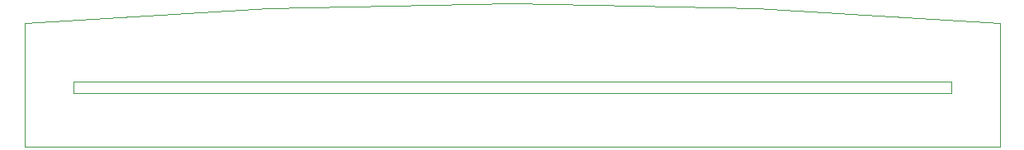
<source format=gbo>
G75*
G70*
%OFA0B0*%
%FSLAX24Y24*%
%IPPOS*%
%LPD*%
%AMOC8*
5,1,8,0,0,1.08239X$1,22.5*
%
%ADD10C,0.0000*%
%ADD11C,0.0001*%
D10*
X000100Y000100D02*
X000100Y005100D01*
X002069Y002738D02*
X037502Y002738D01*
X037502Y002265D01*
X002069Y002265D01*
X002069Y002738D01*
X000100Y000100D02*
X039470Y000100D01*
X039470Y005100D01*
D11*
X019785Y005888D02*
X009935Y005691D01*
X000100Y005101D01*
X019785Y005888D02*
X029635Y005691D01*
X039470Y005101D01*
M02*

</source>
